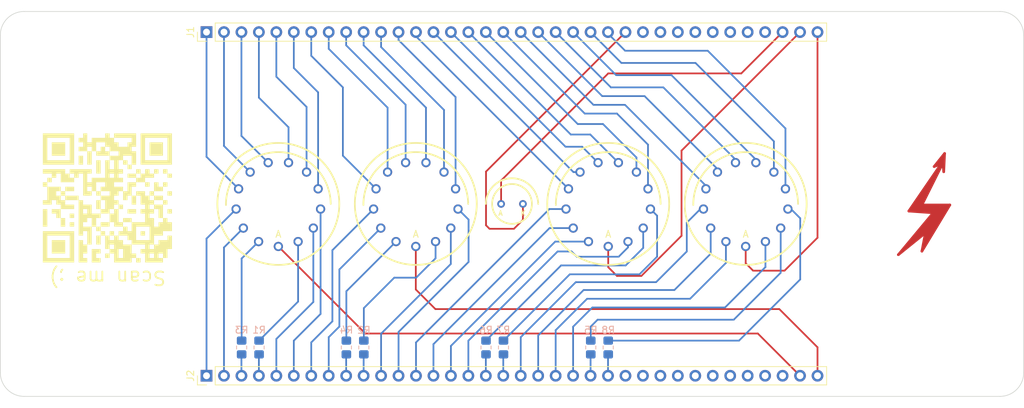
<source format=kicad_pcb>
(kicad_pcb (version 20211014) (generator pcbnew)
  (layers (0 "F.Cu" signal) (31 "B.Cu" signal) (34 "B.Paste" user) (35 "F.Paste" user) (36 "B.SilkS" user "B.Silkscreen") (37 "F.SilkS" user "F.Silkscreen") (38 "B.Mask" user) (39 "F.Mask" user) (44 "Edge.Cuts" user))
  (net 0 "")
  (net 18 "Net-(N2-PadRHDP)")
  (net 19 "Net-(N2-PadLHDP)")
  (net 20 "/1_A")
  (net 21 "/2_A")
  (net 22 "Net-(J1-Pad13)")
  (net 23 "Net-(J1-Pad14)")
  (net 24 "Net-(J1-Pad15)")
  (net 25 "Net-(J1-Pad16)")
  (net 26 "Net-(J1-Pad17)")
  (net 27 "Net-(J1-Pad18)")
  (net 28 "Net-(J2-Pad13)")
  (net 29 "Net-(J2-Pad14)")
  (net 30 "Net-(J2-Pad15)")
  (net 31 "Net-(J2-Pad16)")
  (net 32 "Net-(J2-Pad17)")
  (net 33 "Net-(J2-Pad18)")
  (net 34 "/3_A")
  (net 35 "Net-(J1-Pad19)")
  (net 36 "Net-(J1-Pad20)")
  (net 37 "Net-(J2-Pad19)")
  (net 38 "Net-(J2-Pad20)")
  (net 39 "/4_A")
  (net 40 "Net-(J1-Pad7)")
  (net 41 "Net-(J1-Pad8)")
  (net 42 "Net-(J2-Pad9)")
  (net 43 "Net-(J2-Pad10)")
  (net 44 "Net-(J2-Pad21)")
  (net 45 "Net-(J2-Pad23)")
  (net 46 "Net-(J2-Pad24)")
  (net 47 "Net-(N3-Pad1)")
  (net 48 "Net-(N3-Pad2)")
  (net 49 "Net-(N4-Pad1)")
  (net 50 "Net-(N4-Pad2)")
  (net 51 "Net-(J1-Pad9)")
  (net 52 "Net-(J1-Pad10)")
  (net 53 "Net-(J1-Pad21)")
  (net 54 "Net-(J1-Pad22)")
  (net 55 "Net-(J1-Pad23)")
  (net 56 "Net-(J1-Pad24)")
  (net 57 "Net-(J2-Pad7)")
  (net 58 "Net-(J1-Pad1)")
  (net 59 "Net-(J1-Pad2)")
  (net 60 "Net-(J1-Pad3)")
  (net 61 "Net-(J1-Pad4)")
  (net 62 "Net-(J1-Pad5)")
  (net 63 "Net-(J1-Pad6)")
  (net 64 "Net-(J2-Pad1)")
  (net 65 "Net-(J2-Pad2)")
  (net 66 "Net-(J2-Pad3)")
  (net 67 "Net-(J2-Pad4)")
  (net 68 "Net-(J2-Pad5)")
  (net 69 "Net-(J2-Pad6)")
  (net 70 "Net-(N3-Pad4)")
  (net 71 "Net-(N3-Pad3)")
  (net 72 "Net-(N3-Pad0)")
  (net 73 "Net-(N3-PadLHDP)")
  (net 74 "Net-(N3-PadRHDP)")
  (net 75 "Net-(N5-Pad2)")
  (net 76 "Net-(J1-Pad25)")
  (net 77 "Net-(J1-Pad34)")
  (net 79 "Net-(N5-PadLHDP)")
  (net 80 "Net-(R5-Pad1)")
  (footprint "MountingHole:MountingHole_3.2mm_M3" (layer "F.Cu") (at 226.85 58.3)
    (fp_text reference "H2" hide)
    (fp_text value "MountingHole" hide)
    (pad "" np_thru_hole circle (at 0 0) (size 3.2 3.2) (drill 3.2) (layers F&B.Cu *.Mask))
  )
  (footprint "MountingHole:MountingHole_3.2mm_M3" (layer "F.Cu") (at 84.85 107.4)
    (fp_text reference "H4" hide)
    (fp_text value "MountingHole" hide)
    (pad "" np_thru_hole circle (at 0 0) (size 3.2 3.2) (drill 3.2) (layers F&B.Cu *.Mask))
  )
  (footprint "nixies-us:nixies-us-IN-3" (layer "F.Cu") (at 155.85 82.85)
    (fp_text reference "N1" hide)
    (fp_text value "IN-3" hide)
    (pad "A" thru_hole circle (at -1.5875 0) (size 1.10744 1.10744) (drill 0.59944) (layers *.Cu *.Mask) (net 77 "Net-(J1-Pad34)"))
    (pad "K" thru_hole circle (at 1.5875 0) (size 1.10744 1.10744) (drill 0.59944) (layers *.Cu *.Mask) (net 76 "Net-(J1-Pad25)"))
  )
  (footprint "MountingHole:MountingHole_3.2mm_M3" (layer "F.Cu") (at 226.85 107.4)
    (fp_text reference "H3" hide)
    (fp_text value "MountingHole" hide)
    (pad "" np_thru_hole circle (at 0 0) (size 3.2 3.2) (drill 3.2) (layers F&B.Cu *.Mask))
  )
  (footprint "nixies-us:nixies-us-IN-14" (layer "F.Cu") (at 189.85 82.85)
    (fp_text reference "N5" hide)
    (fp_text value "IN-14" hide)
    (pad "0" thru_hole circle (at -5.0927 3.51536) (size 1.3462 1.3462) (drill 0.8382) (layers *.Cu *.Mask) (net 38 "Net-(J2-Pad20)"))
    (pad "1" thru_hole circle (at 5.0927 3.51536) (size 1.3462 1.3462) (drill 0.8382) (layers *.Cu *.Mask) (net 80 "Net-(R5-Pad1)"))
    (pad "2" thru_hole circle (at 6.14426 0.74422) (size 1.3462 1.3462) (drill 0.8382) (layers *.Cu *.Mask) (net 75 "Net-(N5-Pad2)"))
    (pad "3" thru_hole circle (at 5.78612 -2.19456) (size 1.3462 1.3462) (drill 0.8382) (layers *.Cu *.Mask) (net 56 "Net-(J1-Pad24)"))
    (pad "4" thru_hole circle (at 4.10464 -4.63296) (size 1.3462 1.3462) (drill 0.8382) (layers *.Cu *.Mask) (net 55 "Net-(J1-Pad23)"))
    (pad "5" thru_hole circle (at 1.48082 -6.00964) (size 1.3462 1.3462) (drill 0.8382) (layers *.Cu *.Mask) (net 54 "Net-(J1-Pad22)"))
    (pad "6" thru_hole circle (at -1.48082 -6.00964) (size 1.3462 1.3462) (drill 0.8382) (layers *.Cu *.Mask) (net 53 "Net-(J1-Pad21)"))
    (pad "7" thru_hole circle (at -4.10464 -4.63296) (size 1.3462 1.3462) (drill 0.8382) (layers *.Cu *.Mask) (net 36 "Net-(J1-Pad20)"))
    (pad "8" thru_hole circle (at -5.78612 -2.19456) (size 1.3462 1.3462) (drill 0.8382) (layers *.Cu *.Mask) (net 35 "Net-(J1-Pad19)"))
    (pad "9" thru_hole circle (at -6.14426 0.74422) (size 1.3462 1.3462) (drill 0.8382) (layers *.Cu *.Mask) (net 37 "Net-(J2-Pad19)"))
    (pad "A" thru_hole circle (at 0 6.18744) (size 1.3462 1.3462) (drill 0.8382) (layers *.Cu *.Mask) (net 39 "/4_A"))
    (pad "LHDP" thru_hole circle (at 2.87528 5.47878) (size 1.3462 1.3462) (drill 0.8382) (layers *.Cu *.Mask) (net 79 "Net-(N5-PadLHDP)"))
    (pad "RHDP" thru_hole circle (at -2.87528 5.47878) (size 1.3462 1.3462) (drill 0.8382) (layers *.Cu *.Mask) (net 44 "Net-(J2-Pad21)"))
  )
  (footprint "nixies-us:nixies-us-IN-14" (layer "F.Cu") (at 121.85 82.85)
    (fp_text reference "N2" hide)
    (fp_text value "IN-14" hide)
    (pad "0" thru_hole circle (at -5.0927 3.51536) (size 1.3462 1.3462) (drill 0.8382) (layers *.Cu *.Mask) (net 65 "Net-(J2-Pad2)"))
    (pad "1" thru_hole circle (at 5.0927 3.51536) (size 1.3462 1.3462) (drill 0.8382) (layers *.Cu *.Mask) (net 68 "Net-(J2-Pad5)"))
    (pad "2" thru_hole circle (at 6.14426 0.74422) (size 1.3462 1.3462) (drill 0.8382) (layers *.Cu *.Mask) (net 69 "Net-(J2-Pad6)"))
    (pad "3" thru_hole circle (at 5.78612 -2.19456) (size 1.3462 1.3462) (drill 0.8382) (layers *.Cu *.Mask) (net 63 "Net-(J1-Pad6)"))
    (pad "4" thru_hole circle (at 4.10464 -4.63296) (size 1.3462 1.3462) (drill 0.8382) (layers *.Cu *.Mask) (net 62 "Net-(J1-Pad5)"))
    (pad "5" thru_hole circle (at 1.48082 -6.00964) (size 1.3462 1.3462) (drill 0.8382) (layers *.Cu *.Mask) (net 61 "Net-(J1-Pad4)"))
    (pad "6" thru_hole circle (at -1.48082 -6.00964) (size 1.3462 1.3462) (drill 0.8382) (layers *.Cu *.Mask) (net 60 "Net-(J1-Pad3)"))
    (pad "7" thru_hole circle (at -4.10464 -4.63296) (size 1.3462 1.3462) (drill 0.8382) (layers *.Cu *.Mask) (net 59 "Net-(J1-Pad2)"))
    (pad "8" thru_hole circle (at -5.78612 -2.19456) (size 1.3462 1.3462) (drill 0.8382) (layers *.Cu *.Mask) (net 58 "Net-(J1-Pad1)"))
    (pad "9" thru_hole circle (at -6.14426 0.74422) (size 1.3462 1.3462) (drill 0.8382) (layers *.Cu *.Mask) (net 64 "Net-(J2-Pad1)"))
    (pad "A" thru_hole circle (at 0 6.18744) (size 1.3462 1.3462) (drill 0.8382) (layers *.Cu *.Mask) (net 20 "/1_A"))
    (pad "LHDP" thru_hole circle (at 2.87528 5.47878) (size 1.3462 1.3462) (drill 0.8382) (layers *.Cu *.Mask) (net 19 "Net-(N2-PadLHDP)"))
    (pad "RHDP" thru_hole circle (at -2.87528 5.47878) (size 1.3462 1.3462) (drill 0.8382) (layers *.Cu *.Mask) (net 18 "Net-(N2-PadRHDP)"))
  )
  (footprint "Connector_PinHeader_2.54mm:PinHeader_1x36_P2.54mm_Vertical" (layer "F.Cu") (at 111.4 57.85 90)
    (fp_text reference "J1" (at 0 -2.33 90) (layer "F.SilkS"))
    (fp_text value "Conn_01x36")
    (pad "1" thru_hole rect (at 0 0 90) (size 1.7 1.7) (drill 1) (layers *.Cu *.Mask) (net 58 "Net-(J1-Pad1)"))
    (pad "2" thru_hole oval (at 0 2.54 90) (size 1.7 1.7) (drill 1) (layers *.Cu *.Mask) (net 59 "Net-(J1-Pad2)"))
    (pad "3" thru_hole oval (at 0 5.08 90) (size 1.7 1.7) (drill 1) (layers *.Cu *.Mask) (net 60 "Net-(J1-Pad3)"))
    (pad "4" thru_hole oval (at 0 7.62 90) (size 1.7 1.7) (drill 1) (layers *.Cu *.Mask) (net 61 "Net-(J1-Pad4)"))
    (pad "5" thru_hole oval (at 0 10.16 90) (size 1.7 1.7) (drill 1) (layers *.Cu *.Mask) (net 62 "Net-(J1-Pad5)"))
    (pad "6" thru_hole oval (at 0 12.7 90) (size 1.7 1.7) (drill 1) (layers *.Cu *.Mask) (net 63 "Net-(J1-Pad6)"))
    (pad "7" thru_hole oval (at 0 15.24 90) (size 1.7 1.7) (drill 1) (layers *.Cu *.Mask) (net 40 "Net-(J1-Pad7)"))
    (pad "8" thru_hole oval (at 0 17.78 90) (size 1.7 1.7) (drill 1) (layers *.Cu *.Mask) (net 41 "Net-(J1-Pad8)"))
    (pad "9" thru_hole oval (at 0 20.32 90) (size 1.7 1.7) (drill 1) (layers *.Cu *.Mask) (net 51 "Net-(J1-Pad9)"))
    (pad "10" thru_hole oval (at 0 22.86 90) (size 1.7 1.7) (drill 1) (layers *.Cu *.Mask) (net 52 "Net-(J1-Pad10)"))
    (pad "11" thru_hole oval (at 0 25.4 90) (size 1.7 1.7) (drill 1) (layers *.Cu *.Mask) (net 70 "Net-(N3-Pad4)"))
    (pad "12" thru_hole oval (at 0 27.94 90) (size 1.7 1.7) (drill 1) (layers *.Cu *.Mask) (net 71 "Net-(N3-Pad3)"))
    (pad "13" thru_hole oval (at 0 30.48 90) (size 1.7 1.7) (drill 1) (layers *.Cu *.Mask) (net 22 "Net-(J1-Pad13)"))
    (pad "14" thru_hole oval (at 0 33.02 90) (size 1.7 1.7) (drill 1) (layers *.Cu *.Mask) (net 23 "Net-(J1-Pad14)"))
    (pad "15" thru_hole oval (at 0 35.56 90) (size 1.7 1.7) (drill 1) (layers *.Cu *.Mask) (net 24 "Net-(J1-Pad15)"))
    (pad "16" thru_hole oval (at 0 38.1 90) (size 1.7 1.7) (drill 1) (layers *.Cu *.Mask) (net 25 "Net-(J1-Pad16)"))
    (pad "17" thru_hole oval (at 0 40.64 90) (size 1.7 1.7) (drill 1) (layers *.Cu *.Mask) (net 26 "Net-(J1-Pad17)"))
    (pad "18" thru_hole oval (at 0 43.18 90) (size 1.7 1.7) (drill 1) (layers *.Cu *.Mask) (net 27 "Net-(J1-Pad18)"))
    (pad "19" thru_hole oval (at 0 45.72 90) (size 1.7 1.7) (drill 1) (layers *.Cu *.Mask) (net 35 "Net-(J1-Pad19)"))
    (pad "20" thru_hole oval (at 0 48.26 90) (size 1.7 1.7) (drill 1) (layers *.Cu *.Mask) (net 36 "Net-(J1-Pad20)"))
    (pad "21" thru_hole oval (at 0 50.8 90) (size 1.7 1.7) (drill 1) (layers *.Cu *.Mask) (net 53 "Net-(J1-Pad21)"))
    (pad "22" thru_hole oval (at 0 53.34 90) (size 1.7 1.7) (drill 1) (layers *.Cu *.Mask) (net 54 "Net-(J1-Pad22)"))
    (pad "23" thru_hole oval (at 0 55.88 90) (size 1.7 1.7) (drill 1) (layers *.Cu *.Mask) (net 55 "Net-(J1-Pad23)"))
    (pad "24" thru_hole oval (at 0 58.42 90) (size 1.7 1.7) (drill 1) (layers *.Cu *.Mask) (net 56 "Net-(J1-Pad24)"))
    (pad "25" thru_hole oval (at 0 60.96 90) (size 1.7 1.7) (drill 1) (layers *.Cu *.Mask) (net 76 "Net-(J1-Pad25)"))
    (pad "26" thru_hole oval (at 0 63.5 90) (size 1.7 1.7) (drill 1) (layers *.Cu *.Mask))
    (pad "27" thru_hole oval (at 0 66.04 90) (size 1.7 1.7) (drill 1) (layers *.Cu *.Mask))
    (pad "28" thru_hole oval (at 0 68.58 90) (size 1.7 1.7) (drill 1) (layers *.Cu *.Mask))
    (pad "29" thru_hole oval (at 0 71.12 90) (size 1.7 1.7) (drill 1) (layers *.Cu *.Mask))
    (pad "30" thru_hole oval (at 0 73.66 90) (size 1.7 1.7) (drill 1) (layers *.Cu *.Mask))
    (pad "31" thru_hole oval (at 0 76.2 90) (size 1.7 1.7) (drill 1) (layers *.Cu *.Mask))
    (pad "32" thru_hole oval (at 0 78.74 90) (size 1.7 1.7) (drill 1) (layers *.Cu *.Mask))
    (pad "33" thru_hole oval (at 0 81.28 90) (size 1.7 1.7) (drill 1) (layers *.Cu *.Mask))
    (pad "34" thru_hole oval (at 0 83.82 90) (size 1.7 1.7) (drill 1) (layers *.Cu *.Mask) (net 77 "Net-(J1-Pad34)"))
    (pad "35" thru_hole oval (at 0 86.36 90) (size 1.7 1.7) (drill 1) (layers *.Cu *.Mask) (net 34 "/3_A"))
    (pad "36" thru_hole oval (at 0 88.9 90) (size 1.7 1.7) (drill 1) (layers *.Cu *.Mask) (net 39 "/4_A"))
  )
  (footprint "nixies-us:nixies-us-IN-14" (layer "F.Cu") (at 169.85 82.85)
    (fp_text reference "N4" hide)
    (fp_text value "IN-14" hide)
    (pad "0" thru_hole circle (at -5.0927 3.51536) (size 1.3462 1.3462) (drill 0.8382) (layers *.Cu *.Mask) (net 29 "Net-(J2-Pad14)"))
    (pad "1" thru_hole circle (at 5.0927 3.51536) (size 1.3462 1.3462) (drill 0.8382) (layers *.Cu *.Mask) (net 49 "Net-(N4-Pad1)"))
    (pad "2" thru_hole circle (at 6.14426 0.74422) (size 1.3462 1.3462) (drill 0.8382) (layers *.Cu *.Mask) (net 50 "Net-(N4-Pad2)"))
    (pad "3" thru_hole circle (at 5.78612 -2.19456) (size 1.3462 1.3462) (drill 0.8382) (layers *.Cu *.Mask) (net 27 "Net-(J1-Pad18)"))
    (pad "4" thru_hole circle (at 4.10464 -4.63296) (size 1.3462 1.3462) (drill 0.8382) (layers *.Cu *.Mask) (net 26 "Net-(J1-Pad17)"))
    (pad "5" thru_hole circle (at 1.48082 -6.00964) (size 1.3462 1.3462) (drill 0.8382) (layers *.Cu *.Mask) (net 25 "Net-(J1-Pad16)"))
    (pad "6" thru_hole circle (at -1.48082 -6.00964) (size 1.3462 1.3462) (drill 0.8382) (layers *.Cu *.Mask) (net 24 "Net-(J1-Pad15)"))
    (pad "7" thru_hole circle (at -4.10464 -4.63296) (size 1.3462 1.3462) (drill 0.8382) (layers *.Cu *.Mask) (net 23 "Net-(J1-Pad14)"))
    (pad "8" thru_hole circle (at -5.78612 -2.19456) (size 1.3462 1.3462) (drill 0.8382) (layers *.Cu *.Mask) (net 22 "Net-(J1-Pad13)"))
    (pad "9" thru_hole circle (at -6.14426 0.74422) (size 1.3462 1.3462) (drill 0.8382) (layers *.Cu *.Mask) (net 28 "Net-(J2-Pad13)"))
    (pad "A" thru_hole circle (at 0 6.18744) (size 1.3462 1.3462) (drill 0.8382) (layers *.Cu *.Mask) (net 34 "/3_A"))
    (pad "LHDP" thru_hole circle (at 2.87528 5.47878) (size 1.3462 1.3462) (drill 0.8382) (layers *.Cu *.Mask) (net 31 "Net-(J2-Pad16)"))
    (pad "RHDP" thru_hole circle (at -2.87528 5.47878) (size 1.3462 1.3462) (drill 0.8382) (layers *.Cu *.Mask) (net 30 "Net-(J2-Pad15)"))
  )
  (footprint "Connector_PinHeader_2.54mm:PinHeader_1x36_P2.54mm_Vertical" (layer "F.Cu") (at 111.4 107.85 90)
    (fp_text reference "J2" (at 0 -2.33 90) (layer "F.SilkS"))
    (fp_text value "Conn_01x36")
    (pad "1" thru_hole rect (at 0 0 90) (size 1.7 1.7) (drill 1) (layers *.Cu *.Mask) (net 64 "Net-(J2-Pad1)"))
    (pad "2" thru_hole oval (at 0 2.54 90) (size 1.7 1.7) (drill 1) (layers *.Cu *.Mask) (net 65 "Net-(J2-Pad2)"))
    (pad "3" thru_hole oval (at 0 5.08 90) (size 1.7 1.7) (drill 1) (layers *.Cu *.Mask) (net 66 "Net-(J2-Pad3)"))
    (pad "4" thru_hole oval (at 0 7.62 90) (size 1.7 1.7) (drill 1) (layers *.Cu *.Mask) (net 67 "Net-(J2-Pad4)"))
    (pad "5" thru_hole oval (at 0 10.16 90) (size 1.7 1.7) (drill 1) (layers *.Cu *.Mask) (net 68 "Net-(J2-Pad5)"))
    (pad "6" thru_hole oval (at 0 12.7 90) (size 1.7 1.7) (drill 1) (layers *.Cu *.Mask) (net 69 "Net-(J2-Pad6)"))
    (pad "7" thru_hole oval (at 0 15.24 90) (size 1.7 1.7) (drill 1) (layers *.Cu *.Mask) (net 57 "Net-(J2-Pad7)"))
    (pad "8" thru_hole oval (at 0 17.78 90) (size 1.7 1.7) (drill 1) (layers *.Cu *.Mask) (net 72 "Net-(N3-Pad0)"))
    (pad "9" thru_hole oval (at 0 20.32 90) (size 1.7 1.7) (drill 1) (layers *.Cu *.Mask) (net 42 "Net-(J2-Pad9)"))
    (pad "10" thru_hole oval (at 0 22.86 90) (size 1.7 1.7) (drill 1) (layers *.Cu *.Mask) (net 43 "Net-(J2-Pad10)"))
    (pad "11" thru_hole oval (at 0 25.4 90) (size 1.7 1.7) (drill 1) (layers *.Cu *.Mask) (net 47 "Net-(N3-Pad1)"))
    (pad "12" thru_hole oval (at 0 27.94 90) (size 1.7 1.7) (drill 1) (layers *.Cu *.Mask) (net 48 "Net-(N3-Pad2)"))
    (pad "13" thru_hole oval (at 0 30.48 90) (size 1.7 1.7) (drill 1) (layers *.Cu *.Mask) (net 28 "Net-(J2-Pad13)"))
    (pad "14" thru_hole oval (at 0 33.02 90) (size 1.7 1.7) (drill 1) (layers *.Cu *.Mask) (net 29 "Net-(J2-Pad14)"))
    (pad "15" thru_hole oval (at 0 35.56 90) (size 1.7 1.7) (drill 1) (layers *.Cu *.Mask) (net 30 "Net-(J2-Pad15)"))
    (pad "16" thru_hole oval (at 0 38.1 90) (size 1.7 1.7) (drill 1) (layers *.Cu *.Mask) (net 31 "Net-(J2-Pad16)"))
    (pad "17" thru_hole oval (at 0 40.64 90) (size 1.7 1.7) (drill 1) (layers *.Cu *.Mask) (net 32 "Net-(J2-Pad17)"))
    (pad "18" thru_hole oval (at 0 43.18 90) (size 1.7 1.7) (drill 1) (layers *.Cu *.Mask) (net 33 "Net-(J2-Pad18)"))
    (pad "19" thru_hole oval (at 0 45.72 90) (size 1.7 1.7) (drill 1) (layers *.Cu *.Mask) (net 37 "Net-(J2-Pad19)"))
    (pad "20" thru_hole oval (at 0 48.26 90) (size 1.7 1.7) (drill 1) (layers *.Cu *.Mask) (net 38 "Net-(J2-Pad20)"))
    (pad "21" thru_hole oval (at 0 50.8 90) (size 1.7 1.7) (drill 1) (layers *.Cu *.Mask) (net 44 "Net-(J2-Pad21)"))
    (pad "22" thru_hole oval (at 0 53.34 90) (size 1.7 1.7) (drill 1) (layers *.Cu *.Mask) (net 79 "Net-(N5-PadLHDP)"))
    (pad "23" thru_hole oval (at 0 55.88 90) (size 1.7 1.7) (drill 1) (layers *.Cu *.Mask) (net 45 "Net-(J2-Pad23)"))
    (pad "24" thru_hole oval (at 0 58.42 90) (size 1.7 1.7) (drill 1) (layers *.Cu *.Mask) (net 46 "Net-(J2-Pad24)"))
    (pad "25" thru_hole oval (at 0 60.96 90) (size 1.7 1.7) (drill 1) (layers *.Cu *.Mask))
    (pad "26" thru_hole oval (at 0 63.5 90) (size 1.7 1.7) (drill 1) (layers *.Cu *.Mask))
    (pad "27" thru_hole oval (at 0 66.04 90) (size 1.7 1.7) (drill 1) (layers *.Cu *.Mask))
    (pad "28" thru_hole oval (at 0 68.58 90) (size 1.7 1.7) (drill 1) (layers *.Cu *.Mask))
    (pad "29" thru_hole oval (at 0 71.12 90) (size 1.7 1.7) (drill 1) (layers *.Cu *.Mask))
    (pad "30" thru_hole oval (at 0 73.66 90) (size 1.7 1.7) (drill 1) (layers *.Cu *.Mask))
    (pad "31" thru_hole oval (at 0 76.2 90) (size 1.7 1.7) (drill 1) (layers *.Cu *.Mask))
    (pad "32" thru_hole oval (at 0 78.74 90) (size 1.7 1.7) (drill 1) (layers *.Cu *.Mask))
    (pad "33" thru_hole oval (at 0 81.28 90) (size 1.7 1.7) (drill 1) (layers *.Cu *.Mask))
    (pad "34" thru_hole oval (at 0 83.82 90) (size 1.7 1.7) (drill 1) (layers *.Cu *.Mask))
    (pad "35" thru_hole oval (at 0 86.36 90) (size 1.7 1.7) (drill 1) (layers *.Cu *.Mask) (net 20 "/1_A"))
    (pad "36" thru_hole oval (at 0 88.9 90) (size 1.7 1.7) (drill 1) (layers *.Cu *.Mask) (net 21 "/2_A"))
  )
  (footprint "MountingHole:MountingHole_3.2mm_M3" (layer "F.Cu") (at 84.85 58.3)
    (fp_text reference "H1" hide)
    (fp_text value "MountingHole" hide)
    (pad "" np_thru_hole circle (at 0 0) (size 3.2 3.2) (drill 3.2) (layers F&B.Cu *.Mask))
  )
  (footprint "Espressif:symbol2" (layer "F.Cu") (at 97 82)
    (fp_text reference "G***" hide)
    (fp_text value "LOGO" hide)
  )
  (footprint "Symbol:Symbol_HighVoltage_Type1_CopperTop_Big" (layer "F.Cu") (at 216.381 83.381 180)
    (fp_text reference "REF**" hide)
    (fp_text value "Symbol_HighVoltage_Type1_CopperTop_Big" hide)
    (fp_line (start -2.032 0.127) (end 2.667 -5.207) (layer "F.Cu") (width 0.381))
    (fp_line (start 0.254 -3.556) (end -2.032 0.127) (layer "F.Cu") (width 0.381))
    (fp_line (start 2.032 0.127) (end 0.762 2.159) (layer "F.Cu") (width 0.381))
    (fp_line (start 2.413 -0.381) (end -1.016 -0.381) (layer "F.Cu") (width 0.381))
    (fp_line (start -1.397 5.461) (end 1.397 0.127) (layer "F.Cu") (width 0.381))
    (fp_line (start -1.016 -1.016) (end -0.762 -0.381) (layer "F.Cu") (width 0.381))
    (fp_line (start -1.016 -1.524) (end 1.524 -4.445) (layer "F.Cu") (width 0.381))
    (fp_line (start 1.524 -4.445) (end -1.651 0.254) (layer "F.Cu") (width 0.381))
    (fp_line (start 0.508 -5.08) (end -2.794 0.254) (layer "F.Cu") (width 0.381))
    (fp_line (start -1.905 6.35) (end -1.778 5.969) (layer "F.Cu") (width 0.381))
    (fp_line (start 0.889 0.381) (end -2.159 6.477) (layer "F.Cu") (width 0.381))
    (fp_line (start -1.524 6.477) (end -2.286 7.239) (layer "F.Cu") (width 0.381))
    (fp_line (start -2.286 7.239) (end -1.905 6.35) (layer "F.Cu") (width 0.381))
    (fp_line (start 2.794 -0.508) (end -0.762 -0.762) (layer "F.Cu") (width 0.381))
    (fp_line (start -0.762 -0.762) (end 4.318 -6.858) (layer "F.Cu") (width 0.381))
    (fp_line (start 0.889 -6.35) (end -3.175 0.381) (layer "F.Cu") (width 0.381))
    (fp_line (start -2.286 5.207) (end -2.413 7.874) (layer "F.Cu") (width 0.381))
    (fp_line (start -3.175 0.381) (end 0.889 0.381) (layer "F.Cu") (width 0.381))
    (fp_line (start -1.143 0) (end 1.905 -0.127) (layer "F.Cu") (width 0.381))
    (fp_line (start -1.905 6.096) (end -1.778 6.223) (layer "F.Cu") (width 0.381))
    (fp_line (start 2.667 -5.207) (end -1.016 -1.524) (layer "F.Cu") (width 0.381))
    (fp_line (start -1.905 6.35) (end 2.794 -0.508) (layer "F.Cu") (width 0.381))
    (fp_line (start 4.318 -6.858) (end 0.381 -3.683) (layer "F.Cu") (width 0.381))
    (fp_line (start 1.397 0.127) (end 2.032 0.127) (layer "F.Cu") (width 0.381))
    (fp_line (start 3.048 -5.461) (end 0.127 -3.175) (layer "F.Cu") (width 0.381))
    (fp_line (start -1.778 5.969) (end -1.905 6.096) (layer "F.Cu") (width 0.381))
    (fp_line (start -1.651 0.254) (end 2.032 0.127) (layer "F.Cu") (width 0.381))
    (fp_line (start -2.159 6.477) (end -2.286 5.207) (layer "F.Cu") (width 0.381))
    (fp_line (start -1.016 -0.381) (end -1.143 0) (layer "F.Cu") (width 0.381))
    (fp_line (start -2.413 7.874) (end -0.889 5.969) (layer "F.Cu") (width 0.381))
    (fp_line (start -2.413 0.127) (end 0.254 -3.556) (layer "F.Cu") (width 0.381))
    (fp_line (start -0.889 5.969) (end -1.905 6.35) (layer "F.Cu") (width 0.381))
    (fp_line (start 0.381 -4.318) (end -2.413 0.127) (layer "F.Cu") (width 0.381))
    (fp_line (start 0.381 -3.683) (end 0.889 -6.35) (layer "F.Cu") (width 0.381))
    (fp_line (start 1.905 -0.127) (end -1.397 5.461) (layer "F.Cu") (width 0.381))
    (fp_line (start 0.508 -5.588) (end 0.381 -4.953) (layer "F.Cu") (width 0.381))
    (fp_line (start -2.794 0.254) (end 0.381 -4.318) (layer "F.Cu") (width 0.381))
    (fp_line (start 2.032 0.127) (end 2.413 -0.381) (layer "F.Cu") (width 0.381))
  )
  (footprint "nixies-us:nixies-us-IN-14" (layer "F.Cu") (at 141.85 82.85)
    (fp_text reference "N3" hide)
    (fp_text value "IN-14" hide)
    (pad "0" thru_hole circle (at -5.0927 3.51536) (size 1.3462 1.3462) (drill 0.8382) (layers *.Cu *.Mask) (net 72 "Net-(N3-Pad0)"))
    (pad "1" thru_hole circle (at 5.0927 3.51536) (size 1.3462 1.3462) (drill 0.8382) (layers *.Cu *.Mask) (net 47 "Net-(N3-Pad1)"))
    (pad "2" thru_hole circle (at 6.14426 0.74422) (size 1.3462 1.3462) (drill 0.8382) (layers *.Cu *.Mask) (net 48 "Net-(N3-Pad2)"))
    (pad "3" thru_hole circle (at 5.78612 -2.19456) (size 1.3462 1.3462) (drill 0.8382) (layers *.Cu *.Mask) (net 71 "Net-(N3-Pad3)"))
    (pad "4" thru_hole circle (at 4.10464 -4.63296) (size 1.3462 1.3462) (drill 0.8382) (layers *.Cu *.Mask) (net 70 "Net-(N3-Pad4)"))
    (pad "5" thru_hole circle (at 1.48082 -6.00964) (size 1.3462 1.3462) (drill 0.8382) (layers *.Cu *.Mask) (net 52 "Net-(J1-Pad10)"))
    (pad "6" thru_hole circle (at -1.48082 -6.00964) (size 1.3462 1.3462) (drill 0.8382) (layers *.Cu *.Mask) (net 51 "Net-(J1-Pad9)"))
    (pad "7" thru_hole circle (at -4.10464 -4.63296) (size 1.3462 1.3462) (drill 0.8382) (layers *.Cu *.Mask) (net 41 "Net-(J1-Pad8)"))
    (pad "8" thru_hole circle (at -5.78612 -2.19456) (size 1.3462 1.3462) (drill 0.8382) (layers *.Cu *.Mask) (net 40 "Net-(J1-Pad7)"))
    (pad "9" thru_hole circle (at -6.14426 0.74422) (size 1.3462 1.3462) (drill 0.8382) (layers *.Cu *.Mask) (net 57 "Net-(J2-Pad7)"))
    (pad "A" thru_hole circle (at 0 6.18744) (size 1.3462 1.3462) (drill 0.8382) (layers *.Cu *.Mask) (net 21 "/2_A"))
    (pad "LHDP" thru_hole circle (at 2.87528 5.47878) (size 1.3462 1.3462) (drill 0.8382) (layers *.Cu *.Mask) (net 73 "Net-(N3-PadLHDP)"))
    (pad "RHDP" thru_hole circle (at -2.87528 5.47878) (size 1.3462 1.3462) (drill 0.8382) (layers *.Cu *.Mask) (net 74 "Net-(N3-PadRHDP)"))
  )
  (footprint "Resistor_SMD:R_0805_2012Metric_Pad1.20x1.40mm_HandSolder" (layer "B.Cu") (at 167.308 103.738 -90)
    (fp_text reference "R5" (at -2.54 0 180) (layer "B.SilkS") (effects (justify mirror)))
    (fp_text value "R")
    (pad "1" smd roundrect (at -1 0 270) (size 1.2 1.4) (layers "B.Cu" "B.Paste" "B.Mask") (roundrect_rratio 0.2083333333) (net 80 "Net-(R5-Pad1)"))
    (pad "2" smd roundrect (at 1 0 270) (size 1.2 1.4) (layers "B.Cu" "B.Paste" "B.Mask") (roundrect_rratio 0.2083333333) (net 45 "Net-(J2-Pad23)"))
  )
  (footprint "Resistor_SMD:R_0805_2012Metric_Pad1.20x1.40mm_HandSolder" (layer "B.Cu") (at 169.848 103.738 -90)
    (fp_text reference "R8" (at -2.54 0) (layer "B.SilkS") (effects (justify mirror)))
    (fp_text value "R")
    (pad "1" smd roundrect (at -1 0 270) (size 1.2 1.4) (layers "B.Cu" "B.Paste" "B.Mask") (roundrect_rratio 0.2083333333) (net 75 "Net-(N5-Pad2)"))
    (pad "2" smd roundrect (at 1 0 270) (size 1.2 1.4) (layers "B.Cu" "B.Paste" "B.Mask") (roundrect_rratio 0.2083333333) (net 46 "Net-(J2-Pad24)"))
  )
  (footprint "Resistor_SMD:R_0805_2012Metric_Pad1.20x1.40mm_HandSolder" (layer "B.Cu") (at 134.288 103.738 -90)
    (fp_text reference "R2" (at -2.524 0 180) (layer "B.SilkS") (effects (justify mirror)))
    (fp_text value "R")
    (pad "1" smd roundrect (at -1 0 270) (size 1.2 1.4) (layers "B.Cu" "B.Paste" "B.Mask") (roundrect_rratio 0.2083333333) (net 73 "Net-(N3-PadLHDP)"))
    (pad "2" smd roundrect (at 1 0 270) (size 1.2 1.4) (layers "B.Cu" "B.Paste" "B.Mask") (roundrect_rratio 0.2083333333) (net 43 "Net-(J2-Pad10)"))
  )
  (footprint "Resistor_SMD:R_0805_2012Metric_Pad1.20x1.40mm_HandSolder" (layer "B.Cu") (at 116.508 103.738 -90)
    (fp_text reference "R3" (at -2.54 0 180) (layer "B.SilkS") (effects (justify mirror)))
    (fp_text value "R")
    (pad "1" smd roundrect (at -1 0 270) (size 1.2 1.4) (layers "B.Cu" "B.Paste" "B.Mask") (roundrect_rratio 0.2083333333) (net 18 "Net-(N2-PadRHDP)"))
    (pad "2" smd roundrect (at 1 0 270) (size 1.2 1.4) (layers "B.Cu" "B.Paste" "B.Mask") (roundrect_rratio 0.2083333333) (net 66 "Net-(J2-Pad3)"))
  )
  (footprint "Resistor_SMD:R_0805_2012Metric_Pad1.20x1.40mm_HandSolder" (layer "B.Cu") (at 131.748 103.738 -90)
    (fp_text reference "R4" (at -2.54 0 180) (layer "B.SilkS") (effects (justify mirror)))
    (fp_text value "R")
    (pad "1" smd roundrect (at -1 0 270) (size 1.2 1.4) (layers "B.Cu" "B.Paste" "B.Mask") (roundrect_rratio 0.2083333333) (net 74 "Net-(N3-PadRHDP)"))
    (pad "2" smd roundrect (at 1 0 270) (size 1.2 1.4) (layers "B.Cu" "B.Paste" "B.Mask") (roundrect_rratio 0.2083333333) (net 42 "Net-(J2-Pad9)"))
  )
  (footprint "Resistor_SMD:R_0805_2012Metric_Pad1.20x1.40mm_HandSolder" (layer "B.Cu") (at 119.048 103.738 -90)
    (fp_text reference "R1" (at -2.54 0 180) (layer "B.SilkS") (effects (justify mirror)))
    (fp_text value "R")
    (pad "1" smd roundrect (at -1 0 270) (size 1.2 1.4) (layers "B.Cu" "B.Paste" "B.Mask") (roundrect_rratio 0.2083333333) (net 19 "Net-(N2-PadLHDP)"))
    (pad "2" smd roundrect (at 1 0 270) (size 1.2 1.4) (layers "B.Cu" "B.Paste" "B.Mask") (roundrect_rratio 0.2083333333) (net 67 "Net-(J2-Pad4)"))
  )
  (footprint "Resistor_SMD:R_0805_2012Metric_Pad1.20x1.40mm_HandSolder" (layer "B.Cu") (at 152.068 103.738 -90)
    (fp_text reference "R6" (at -2.54 0 180) (layer "B.SilkS") (effects (justify mirror)))
    (fp_text value "R")
    (pad "1" smd roundrect (at -1 0 270) (size 1.2 1.4) (layers "B.Cu" "B.Paste" "B.Mask") (roundrect_rratio 0.2083333333) (net 49 "Net-(N4-Pad1)"))
    (pad "2" smd roundrect (at 1 0 270) (size 1.2 1.4) (layers "B.Cu" "B.Paste" "B.Mask") (roundrect_rratio 0.2083333333) (net 32 "Net-(J2-Pad17)"))
  )
  (footprint "Resistor_SMD:R_0805_2012Metric_Pad1.20x1.40mm_HandSolder" (layer "B.Cu") (at 154.608 103.738 -90)
    (fp_text reference "R7" (at -2.556 0) (layer "B.SilkS") (effects (justify mirror)))
    (fp_text value "R")
    (pad "1" smd roundrect (at -1 0 270) (size 1.2 1.4) (layers "B.Cu" "B.Paste" "B.Mask") (roundrect_rratio 0.2083333333) (net 50 "Net-(N4-Pad2)"))
    (pad "2" smd roundrect (at 1 0 270) (size 1.2 1.4) (layers "B.Cu" "B.Paste" "B.Mask") (roundrect_rratio 0.2083333333) (net 33 "Net-(J2-Pad18)"))
  )
  (gr_arc (start 81.4 58.3) (mid 82.410482 55.860482) (end 84.85 54.85) (layer "Edge.Cuts") (width 0.1))
  (gr_line (start 81.4 107.4) (end 81.4 58.3) (layer "Edge.Cuts") (width 0.1))
  (gr_line (start 230.3 58.3) (end 230.3 107.4) (layer "Edge.Cuts") (width 0.1))
  (gr_arc (start 84.85 110.85) (mid 82.410482 109.839518) (end 81.4 107.4) (layer "Edge.Cuts") (width 0.1))
  (gr_arc (start 230.3 107.4) (mid 229.289518 109.839518) (end 226.85 110.85) (layer "Edge.Cuts") (width 0.1))
  (gr_line (start 226.85 110.85) (end 84.85 110.85) (layer "Edge.Cuts") (width 0.1))
  (gr_line (start 226.85 54.85) (end 84.85 54.85) (layer "Edge.Cuts") (width 0.1))
  (gr_arc (start 226.85 54.85) (mid 229.289518 55.860482) (end 230.3 58.3) (layer "Edge.Cuts") (width 0.1))
  (gr_text "A" (at 169.85 87.249) (layer "F.SilkS") (effects (font (size 1 1))))
  (gr_text "A" (at 141.85 87.249) (layer "F.SilkS") (effects (font (size 1 1))))
  (gr_text "A" (at 121.85 87.249) (layer "F.SilkS") (effects (font (size 1 1))))
  (gr_text "K" (at 157.48 84.201) (layer "F.SilkS") (effects (font (size 0.7 0.7))))
  (gr_text "Scan me ;)" (at 97 93.599 180) (layer "F.SilkS") (effects (font (size 2 2) (thickness 0.25))))
  (gr_text "A" (at 154.178 84.201) (layer "F.SilkS") (effects (font (size 0.7 0.7))))
  (gr_text "A" (at 189.85 87.249) (layer "F.SilkS") (effects (font (size 1 1))))
  (segment (start 116.508 102.738) (end 116.508 90.7955) (width 0.25) (layer "B.Cu") (net 18))
  (segment (start 116.508 90.7955) (end 118.97472 88.32878) (width 0.25) (layer "B.Cu") (net 18))
  (segment (start 119.048 102.738) (end 124.72528 97.06072) (width 0.25) (layer "B.Cu") (net 19))
  (segment (start 124.72528 97.06072) (end 124.72528 88.32878) (width 0.25) (layer "B.Cu") (net 19))
  (segment (start 121.85 89.03744) (end 134.51856 101.706) (width 0.25) (layer "F.Cu") (net 20))
  (segment (start 191.616 101.706) (end 197.76 107.85) (width 0.25) (layer "F.Cu") (net 20))
  (segment (start 134.51856 101.706) (end 191.616 101.706) (width 0.25) (layer "F.Cu") (net 20))
  (segment (start 194.74 98.15) (end 144.702 98.15) (width 0.25) (layer "F.Cu") (net 21))
  (segment (start 200.3 107.85) (end 200.3 103.71) (width 0.25) (layer "F.Cu") (net 21))
  (segment (start 200.3 103.71) (end 194.74 98.15) (width 0.25) (layer "F.Cu") (net 21))
  (segment (start 144.702 98.15) (end 141.85 95.298) (width 0.25) (layer "F.Cu") (net 21))
  (segment (start 141.85 95.298) (end 141.85 89.03744) (width 0.25) (layer "F.Cu") (net 21))
  (segment (start 141.88 58.47156) (end 141.88 57.85) (width 0.25) (layer "B.Cu") (net 22))
  (segment (start 164.06388 80.65544) (end 141.88 58.47156) (width 0.25) (layer "B.Cu") (net 22))
  (segment (start 165.74536 78.21704) (end 164.78704 78.21704) (width 0.25) (layer "B.Cu") (net 23))
  (segment (start 164.78704 78.21704) (end 144.42 57.85) (width 0.25) (layer "B.Cu") (net 23))
  (segment (start 166.05682 74.528) (end 163.638 74.528) (width 0.25) (layer "B.Cu") (net 24))
  (segment (start 168.36918 76.84036) (end 166.05682 74.528) (width 0.25) (layer "B.Cu") (net 24))
  (segment (start 163.638 74.528) (end 146.96 57.85) (width 0.25) (layer "B.Cu") (net 24))
  (segment (start 149.5 57.85) (end 164.4 72.75) (width 0.25) (layer "B.Cu") (net 25))
  (segment (start 167.24046 72.75) (end 171.33082 76.84036) (width 0.25) (layer "B.Cu") (net 25))
  (segment (start 164.4 72.75) (end 167.24046 72.75) (width 0.25) (layer "B.Cu") (net 25))
  (segment (start 165.416 71.226) (end 169.086 71.226) (width 0.25) (layer "B.Cu") (net 26))
  (segment (start 169.086 71.226) (end 173.95464 76.09464) (width 0.25) (layer "B.Cu") (net 26))
  (segment (start 173.95464 76.09464) (end 173.95464 78.21704) (width 0.25) (layer "B.Cu") (net 26))
  (segment (start 152.04 57.85) (end 165.416 71.226) (width 0.25) (layer "B.Cu") (net 26))
  (segment (start 175.63612 74.22012) (end 175.63612 80.65544) (width 0.25) (layer "B.Cu") (net 27))
  (segment (start 171.118 69.702) (end 175.63612 74.22012) (width 0.25) (layer "B.Cu") (net 27))
  (segment (start 166.432 69.702) (end 171.118 69.702) (width 0.25) (layer "B.Cu") (net 27))
  (segment (start 154.58 57.85) (end 166.432 69.702) (width 0.25) (layer "B.Cu") (net 27))
  (segment (start 141.88 103.004) (end 161.28978 83.59422) (width 0.25) (layer "B.Cu") (net 28))
  (segment (start 161.28978 83.59422) (end 163.70574 83.59422) (width 0.25) (layer "B.Cu") (net 28))
  (segment (start 141.88 107.85) (end 141.88 103.004) (width 0.25) (layer "B.Cu") (net 28))
  (segment (start 144.42 107.85) (end 144.42 103.258) (width 0.25) (layer "B.Cu") (net 29))
  (segment (start 144.42 103.258) (end 161.31264 86.36536) (width 0.25) (layer "B.Cu") (net 29))
  (segment (start 161.31264 86.36536) (end 164.7573 86.36536) (width 0.25) (layer "B.Cu") (net 29))
  (segment (start 146.96 107.85) (end 146.96 103.512) (width 0.25) (layer "B.Cu") (net 30))
  (segment (start 162.14322 88.32878) (end 166.97472 88.32878) (width 0.25) (layer "B.Cu") (net 30))
  (segment (start 146.96 103.512) (end 162.14322 88.32878) (width 0.25) (layer "B.Cu") (net 30))
  (segment (start 172.72528 89.17672) (end 172.72528 88.32878) (width 0.25) (layer "B.Cu") (net 31))
  (segment (start 171.372 90.53) (end 172.72528 89.17672) (width 0.25) (layer "B.Cu") (net 31))
  (segment (start 165.276 90.53) (end 171.372 90.53) (width 0.25) (layer "B.Cu") (net 31))
  (segment (start 149.5 102.75) (end 162.482 89.768) (width 0.25) (layer "B.Cu") (net 31))
  (segment (start 149.5 107.85) (end 149.5 102.75) (width 0.25) (layer "B.Cu") (net 31))
  (segment (start 162.482 89.768) (end 164.514 89.768) (width 0.25) (layer "B.Cu") (net 31))
  (segment (start 164.514 89.768) (end 165.276 90.53) (width 0.25) (layer "B.Cu") (net 31))
  (segment (start 152.068 104.738) (end 152.04 104.766) (width 0.25) (layer "B.Cu") (net 32))
  (segment (start 152.04 104.766) (end 152.04 107.85) (width 0.25) (layer "B.Cu") (net 32))
  (segment (start 154.58 104.766) (end 154.58 107.85) (width 0.25) (layer "B.Cu") (net 33))
  (segment (start 154.608 104.738) (end 154.58 104.766) (width 0.25) (layer "B.Cu") (net 33))
  (segment (start 180.516 75.094) (end 180.516 87.482) (width 0.25) (layer "F.Cu") (net 34))
  (segment (start 169.85 92.056) (end 169.85 89.03744) (width 0.25) (layer "F.Cu") (net 34))
  (segment (start 174.674 93.324) (end 171.118 93.324) (width 0.25) (layer "F.Cu") (net 34))
  (segment (start 171.118 93.324) (end 169.85 92.056) (width 0.25) (layer "F.Cu") (net 34))
  (segment (start 180.516 87.482) (end 174.674 93.324) (width 0.25) (layer "F.Cu") (net 34))
  (segment (start 197.76 57.85) (end 180.516 75.094) (width 0.25) (layer "F.Cu") (net 34))
  (segment (start 167.702 68.432) (end 172.28844 68.432) (width 0.25) (layer "B.Cu") (net 35))
  (segment (start 157.12 57.85) (end 167.702 68.432) (width 0.25) (layer "B.Cu") (net 35))
  (segment (start 172.28844 68.432) (end 184.06388 80.20744) (width 0.25) (layer "B.Cu") (net 35))
  (segment (start 168.972 67.162) (end 175.13832 67.162) (width 0.25) (layer "B.Cu") (net 36))
  (segment (start 175.13832 67.162) (end 185.74536 77.76904) (width 0.25) (layer "B.Cu") (net 36))
  (segment (start 159.66 57.85) (end 168.972 67.162) (width 0.25) (layer "B.Cu") (net 36))
  (segment (start 176.812 94.234) (end 181.278 89.768) (width 0.25) (layer "B.Cu") (net 37))
  (segment (start 157.12 107.85) (end 157.12 102.242) (width 0.25) (layer "B.Cu") (net 37))
  (segment (start 181.278 85.57396) (end 183.70574 83.14622) (width 0.25) (layer "B.Cu") (net 37))
  (segment (start 157.12 102.242) (end 165.128 94.234) (width 0.25) (layer "B.Cu") (net 37))
  (segment (start 181.278 89.768) (end 181.278 85.57396) (width 0.25) (layer "B.Cu") (net 37))
  (segment (start 165.128 94.234) (end 176.812 94.234) (width 0.25) (layer "B.Cu") (net 37))
  (segment (start 179.479 95.377) (end 184.7573 90.0987) (width 0.25) (layer "B.Cu") (net 38))
  (segment (start 159.66 107.85) (end 159.66 101.988) (width 0.25) (layer "B.Cu") (net 38))
  (segment (start 184.7573 90.0987) (end 184.7573 85.91736) (width 0.25) (layer "B.Cu") (net 38))
  (segment (start 159.66 101.988) (end 166.271 95.377) (width 0.25) (layer "B.Cu") (net 38))
  (segment (start 166.271 95.377) (end 179.479 95.377) (width 0.25) (layer "B.Cu") (net 38))
  (segment (start 200.3 57.85) (end 200.3 87.764) (width 0.25) (layer "F.Cu") (net 39))
  (segment (start 190.93 92.562) (end 189.85 91.482) (width 0.25) (layer "F.Cu") (net 39))
  (segment (start 200.3 87.764) (end 195.502 92.562) (width 0.25) (layer "F.Cu") (net 39))
  (segment (start 195.502 92.562) (end 190.93 92.562) (width 0.25) (layer "F.Cu") (net 39))
  (segment (start 189.85 91.482) (end 189.85 88.58944) (width 0.25) (layer "F.Cu") (net 39))
  (segment (start 136.06388 80.65544) (end 131.24 75.83156) (width 0.25) (layer "B.Cu") (net 40))
  (segment (start 131.24 75.83156) (end 131.24 65.892) (width 0.25) (layer "B.Cu") (net 40))
  (segment (start 131.24 65.892) (end 126.64 61.292) (width 0.25) (layer "B.Cu") (net 40))
  (segment (start 126.64 61.292) (end 126.64 57.85) (width 0.25) (layer "B.Cu") (net 40))
  (segment (start 137.74536 68.84136) (end 129.18 60.276) (width 0.25) (layer "B.Cu") (net 41))
  (segment (start 129.18 60.276) (end 129.18 57.85) (width 0.25) (layer "B.Cu") (net 41))
  (segment (start 137.74536 78.21704) (end 137.74536 68.84136) (width 0.25) (layer "B.Cu") (net 41))
  (segment (start 131.748 104.738) (end 131.72 104.766) (width 0.25) (layer "B.Cu") (net 42))
  (segment (start 131.72 104.766) (end 131.72 107.85) (width 0.25) (layer "B.Cu") (net 42))
  (segment (start 134.288 104.738) (end 134.26 104.766) (width 0.25) (layer "B.Cu") (net 43))
  (segment (start 134.26 104.766) (end 134.26 107.85) (width 0.25) (layer "B.Cu") (net 43))
  (segment (start 162.2 101.226) (end 166.779 96.647) (width 0.25) (layer "B.Cu") (net 44))
  (segment (start 181.765 96.647) (end 186.97472 91.43728) (width 0.25) (layer "B.Cu") (net 44))
  (segment (start 186.97472 91.43728) (end 186.97472 87.88078) (width 0.25) (layer "B.Cu") (net 44))
  (segment (start 162.2 107.85) (end 162.2 101.226) (width 0.25) (layer "B.Cu") (net 44))
  (segment (start 166.779 96.647) (end 181.765 96.647) (width 0.25) (layer "B.Cu") (net 44))
  (segment (start 167.308 104.738) (end 167.28 104.766) (width 0.25) (layer "B.Cu") (net 45))
  (segment (start 167.28 104.766) (end 167.28 107.85) (width 0.25) (layer "B.Cu") (net 45))
  (segment (start 169.82 104.766) (end 169.82 107.85) (width 0.25) (layer "B.Cu") (net 46))
  (segment (start 169.848 104.738) (end 169.82 104.766) (width 0.25) (layer "B.Cu") (net 46))
  (segment (start 136.8 101.734) (end 146.9427 91.5913) (width 0.25) (layer "B.Cu") (net 47))
  (segment (start 146.9427 91.5913) (end 146.9427 86.36536) (width 0.25) (layer "B.Cu") (net 47))
  (segment (start 136.8 107.85) (end 136.8 101.734) (width 0.25) (layer "B.Cu") (net 47))
  (segment (start 149.528 91.292) (end 139.34 101.48) (width 0.25) (layer "B.Cu") (net 48))
  (segment (start 149.528 85.12796) (end 149.528 91.292) (width 0.25) (layer "B.Cu") (net 48))
  (segment (start 147.99426 83.59422) (end 149.528 85.12796) (width 0.25) (layer "B.Cu") (net 48))
  (segment (start 139.34 101.48) (end 139.34 107.85) (width 0.25) (layer "B.Cu") (net 48))
  (segment (start 152.068 102.738) (end 152.068 102.722) (width 0.25) (layer "B.Cu") (net 49))
  (segment (start 152.068 102.722) (end 162.99 91.8) (width 0.25) (layer "B.Cu") (net 49))
  (segment (start 174.9427 89.2453) (end 174.9427 86.36536) (width 0.25) (layer "B.Cu") (net 49))
  (segment (start 162.99 91.8) (end 172.388 91.8) (width 0.25) (layer "B.Cu") (net 49))
  (segment (start 172.388 91.8) (end 174.9427 89.2453) (width 0.25) (layer "B.Cu") (net 49))
  (segment (start 176.96 84.55996) (end 175.99426 83.59422) (width 0.25) (layer "B.Cu") (net 50))
  (segment (start 164.255 93.091) (end 174.399 93.091) (width 0.25) (layer "B.Cu") (net 50))
  (segment (start 154.608 102.738) (end 164.255 93.091) (width 0.25) (layer "B.Cu") (net 50))
  (segment (start 174.399 93.091) (end 176.96 90.53) (width 0.25) (layer "B.Cu") (net 50))
  (segment (start 176.96 90.53) (end 176.96 84.55996) (width 0.25) (layer "B.Cu") (net 50))
  (segment (start 140.36918 68.41718) (end 131.72 59.768) (width 0.25) (layer "B.Cu") (net 51))
  (segment (start 140.36918 76.84036) (end 140.36918 68.41718) (width 0.25) (layer "B.Cu") (net 51))
  (segment (start 131.72 59.768) (end 131.72 57.85) (width 0.25) (layer "B.Cu") (net 51))
  (segment (start 134.26 59.768) (end 134.26 57.85) (width 0.25) (layer "B.Cu") (net 52))
  (segment (start 143.33082 68.83882) (end 134.26 59.768) (width 0.25) (layer "B.Cu") (net 52))
  (segment (start 143.33082 76.84036) (end 143.33082 68.83882) (width 0.25) (layer "B.Cu") (net 52))
  (segment (start 177.86882 65.892) (end 188.36918 76.39236) (width 0.25) (layer "B.Cu") (net 53))
  (segment (start 170.242 65.892) (end 177.86882 65.892) (width 0.25) (layer "B.Cu") (net 53))
  (segment (start 162.2 57.85) (end 170.242 65.892) (width 0.25) (layer "B.Cu") (net 53))
  (segment (start 164.74 57.85) (end 171.004 64.114) (width 0.25) (layer "B.Cu") (net 54))
  (segment (start 171.004 64.114) (end 179.05246 64.114) (width 0.25) (layer "B.Cu") (net 54))
  (segment (start 179.05246 64.114) (end 191.33082 76.39236) (width 0.25) (layer "B.Cu") (net 54))
  (segment (start 167.28 57.85) (end 171.766 62.336) (width 0.25) (layer "B.Cu") (net 55))
  (segment (start 182.548 62.336) (end 193.95464 73.74264) (width 0.25) (layer "B.Cu") (net 55))
  (segment (start 193.95464 73.74264) (end 193.95464 77.76904) (width 0.25) (layer "B.Cu") (net 55))
  (segment (start 171.766 62.336) (end 182.548 62.336) (width 0.25) (layer "B.Cu") (net 55))
  (segment (start 169.82 58.07) (end 169.82 57.85) (width 0.25) (layer "B.Cu") (net 56))
  (segment (start 195.63612 71.86812) (end 184.326 60.558) (width 0.25) (layer "B.Cu") (net 56))
  (segment (start 172.308 60.558) (end 169.82 58.07) (width 0.25) (layer "B.Cu") (net 56))
  (segment (start 195.63612 80.20744) (end 195.63612 71.86812) (width 0.25) (layer "B.Cu") (net 56))
  (segment (start 184.326 60.558) (end 172.308 60.558) (width 0.25) (layer "B.Cu") (net 56))
  (segment (start 129.716 99.928) (end 129.716 89.58396) (width 0.25) (layer "B.Cu") (net 57))
  (segment (start 126.64 107.85) (end 126.64 103.004) (width 0.25) (layer "B.Cu") (net 57))
  (segment (start 129.716 89.58396) (end 135.70574 83.59422) (width 0.25) (layer "B.Cu") (net 57))
  (segment (start 126.64 103.004) (end 129.716 99.928) (width 0.25) (layer "B.Cu") (net 57))
  (segment (start 111.4 75.99156) (end 116.06388 80.65544) (width 0.25) (layer "B.Cu") (net 58))
  (segment (start 111.4 57.85) (end 111.4 75.99156) (width 0.25) (layer "B.Cu") (net 58))
  (segment (start 113.94 74.41168) (end 113.94 57.85) (width 0.25) (layer "B.Cu") (net 59))
  (segment (start 117.74536 78.21704) (end 113.94 74.41168) (width 0.25) (layer "B.Cu") (net 59))
  (segment (start 116.48 72.95118) (end 120.36918 76.84036) (width 0.25) (layer "B.Cu") (net 60))
  (segment (start 116.48 57.85) (end 116.48 72.95118) (width 0.25) (layer "B.Cu") (net 60))
  (segment (start 119.02 67.388) (end 119.02 57.85) (width 0.25) (layer "B.Cu") (net 61))
  (segment (start 123.33082 76.84036) (end 123.33082 71.69882) (width 0.25) (layer "B.Cu") (net 61))
  (segment (start 123.33082 71.69882) (end 119.02 67.388) (width 0.25) (layer "B.Cu") (net 61))
  (segment (start 125.95464 78.21704) (end 125.95464 68.73464) (width 0.25) (layer "B.Cu") (net 62))
  (segment (start 121.56 64.34) (end 121.56 57.85) (width 0.25) (layer "B.Cu") (net 62))
  (segment (start 125.95464 68.73464) (end 121.56 64.34) (width 0.25) (layer "B.Cu") (net 62))
  (segment (start 127.63612 80.65544) (end 127.63612 66.60612) (width 0.25) (layer "B.Cu") (net 63))
  (segment (start 127.63612 66.60612) (end 124.1 63.07) (width 0.25) (layer "B.Cu") (net 63))
  (segment (start 124.1 63.07) (end 124.1 57.85) (width 0.25) (layer "B.Cu") (net 63))
  (segment (start 111.4 107.85) (end 111.4 87.89996) (width 0.25) (layer "B.Cu") (net 64))
  (segment (start 111.4 87.89996) (end 115.70574 83.59422) (width 0.25) (layer "B.Cu") (net 64))
  (segment (start 113.94 89.18266) (end 116.7573 86.36536) (width 0.25) (layer "B.Cu") (net 65))
  (segment (start 113.94 107.85) (end 113.94 89.18266) (width 0.25) (layer "B.Cu") (net 65))
  (segment (start 116.48 104.766) (end 116.48 107.85) (width 0.25) (layer "B.Cu") (net 66))
  (segment (start 116.508 104.738) (end 116.48 104.766) (width 0.25) (layer "B.Cu") (net 66))
  (segment (start 119.02 104.766) (end 119.02 107.85) (width 0.25) (layer "B.Cu") (net 67))
  (segment (start 119.048 104.738) (end 119.02 104.766) (width 0.25) (layer "B.Cu") (net 67))
  (segment (start 126.9427 97.1133) (end 126.9427 86.36536) (width 0.25) (layer "B.Cu") (net 68))
  (segment (start 121.56 102.496) (end 126.9427 97.1133) (width 0.25) (layer "B.Cu") (net 68))
  (segment (start 121.56 107.85) (end 121.56 102.496) (width 0.25) (layer "B.Cu") (net 68))
  (segment (start 127.99426 98.85574) (end 124.1 102.75) (width 0.25) (layer "B.Cu") (net 69))
  (segment (start 124.1 102.75) (end 124.1 107.85) (width 0.25) (layer "B.Cu") (net 69))
  (segment (start 127.99426 83.59422) (end 127.99426 98.85574) (width 0.25) (layer "B.Cu") (net 69))
  (segment (start 145.95464 69.17664) (end 136.8 60.022) (width 0.25) (layer "B.Cu") (net 70))
  (segment (start 145.95464 78.21704) (end 145.95464 69.17664) (width 0.25) (layer "B.Cu") (net 70))
  (segment (start 136.8 60.022) (end 136.8 57.85) (width 0.25) (layer "B.Cu") (net 70))
  (segment (start 139.34 59.006) (end 139.34 57.85) (width 0.25) (layer "B.Cu") (net 71))
  (segment (start 147.63612 80.65544) (end 147.63612 67.30212) (width 0.25) (layer "B.Cu") (net 71))
  (segment (start 147.63612 67.30212) (end 139.34 59.006) (width 0.25) (layer "B.Cu") (net 71))
  (segment (start 129.18 107.85) (end 129.18 102.242) (width 0.25) (layer "B.Cu") (net 72))
  (segment (start 130.732 100.69) (end 130.732 92.39066) (width 0.25) (layer "B.Cu") (net 72))
  (segment (start 130.732 92.39066) (end 136.7573 86.36536) (width 0.25) (layer "B.Cu") (net 72))
  (segment (start 129.18 102.242) (end 130.732 100.69) (width 0.25) (layer "B.Cu") (net 72))
  (segment (start 134.288 98.010967) (end 138.720967 93.578) (width 0.25) (layer "B.Cu") (net 73))
  (segment (start 134.288 102.738) (end 134.288 98.010967) (width 0.25) (layer "B.Cu") (net 73))
  (segment (start 141.908 93.578) (end 144.72528 90.76072) (width 0.25) (layer "B.Cu") (net 73))
  (segment (start 138.720967 93.578) (end 141.908 93.578) (width 0.25) (layer "B.Cu") (net 73))
  (segment (start 144.72528 90.76072) (end 144.72528 88.32878) (width 0.25) (layer "B.Cu") (net 73))
  (segment (start 131.748 95.5555) (end 138.97472 88.32878) (width 0.25) (layer "B.Cu") (net 74))
  (segment (start 131.748 102.738) (end 131.748 95.5555) (width 0.25) (layer "B.Cu") (net 74))
  (segment (start 188.882 102.738) (end 169.848 102.738) (width 0.25) (layer "B.Cu") (net 75))
  (segment (start 195.99426 83.14622) (end 197.788 84.93996) (width 0.25) (layer "B.Cu") (net 75))
  (segment (start 197.788 93.832) (end 188.882 102.738) (width 0.25) (layer "B.Cu") (net 75))
  (segment (start 197.788 84.93996) (end 197.788 93.832) (width 0.25) (layer "B.Cu") (net 75))
  (segment (start 152.576 86.466) (end 156.132 86.466) (width 0.25) (layer "F.Cu") (net 76))
  (segment (start 157.4375 85.1605) (end 157.4375 82.85) (width 0.25) (layer "F.Cu") (net 76))
  (segment (start 152.068 85.958) (end 152.576 86.466) (width 0.25) (layer "F.Cu") (net 76))
  (segment (start 172.36 57.85) (end 152.068 78.142) (width 0.25) (layer "F.Cu") (net 76))
  (segment (start 156.132 86.466) (end 157.4375 85.1605) (width 0.25) (layer "F.Cu") (net 76))
  (segment (start 152.068 78.142) (end 152.068 85.958) (width 0.25) (layer "F.Cu") (net 76))
  (segment (start 169.848 63.86) (end 189.21 63.86) (width 0.25) (layer "F.Cu") (net 77))
  (segment (start 154.2625 79.4455) (end 169.848 63.86) (width 0.25) (layer "F.Cu") (net 77))
  (segment (start 189.21 63.86) (end 195.22 57.85) (width 0.25) (layer "F.Cu") (net 77))
  (segment (start 154.2625 82.85) (end 154.2625 79.4455) (width 0.25) (layer "F.Cu") (net 77))
  (segment (start 164.74 107.85) (end 164.74 100.718) (width 0.25) (layer "B.Cu") (net 79))
  (segment (start 192.72528 92.03672) (end 192.72528 87.88078) (width 0.25) (layer "B.Cu") (net 79))
  (segment (start 167.541 97.917) (end 186.845 97.917) (width 0.25) (layer "B.Cu") (net 79))
  (segment (start 186.845 97.917) (end 192.72528 92.03672) (width 0.25) (layer "B.Cu") (net 79))
  (segment (start 164.74 100.718) (end 167.541 97.917) (width 0.25) (layer "B.Cu") (net 79))
  (segment (start 168.303 99.695) (end 188.115 99.695) (width 0.25) (layer "B.Cu") (net 80))
  (segment (start 194.9427 92.8673) (end 194.9427 85.91736) (width 0.25) (layer "B.Cu") (net 80))
  (segment (start 167.308 102.738) (end 167.308 100.69) (width 0.25) (layer "B.Cu") (net 80))
  (segment (start 167.308 100.69) (end 168.303 99.695) (width 0.25) (layer "B.Cu") (net 80))
  (segment (start 188.115 99.695) (end 194.9427 92.8673) (width 0.25) (layer "B.Cu") (net 80))
)
</source>
